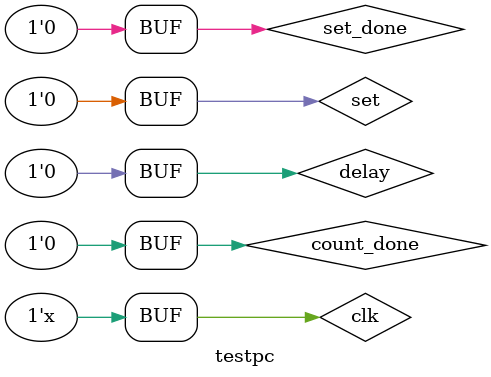
<source format=v>
`timescale 1ns / 1ps


module testpc;
reg clk, rst, set, delay, set_done, count_done;
wire [7:0] pcout;
pc uut(.clk(clk), .rst(rst), .set(set),.delay(delay),.set_done(set_done),.count_done(count_done),.pcout(pcout));
initial begin
#10;
clk <= 0;
set <= 0;
delay <= 0;
set_done <= 0;
count_done <= 0;

#10;
set <= 1;
#10;
set_done <= 1;
set <= 0;
#10;
delay <= 1;
set_done <= 0;
#10;
count_done <= 1;
delay <= 0;
#10
count_done <= 0;
end
always #5 clk=~clk;
endmodule

</source>
